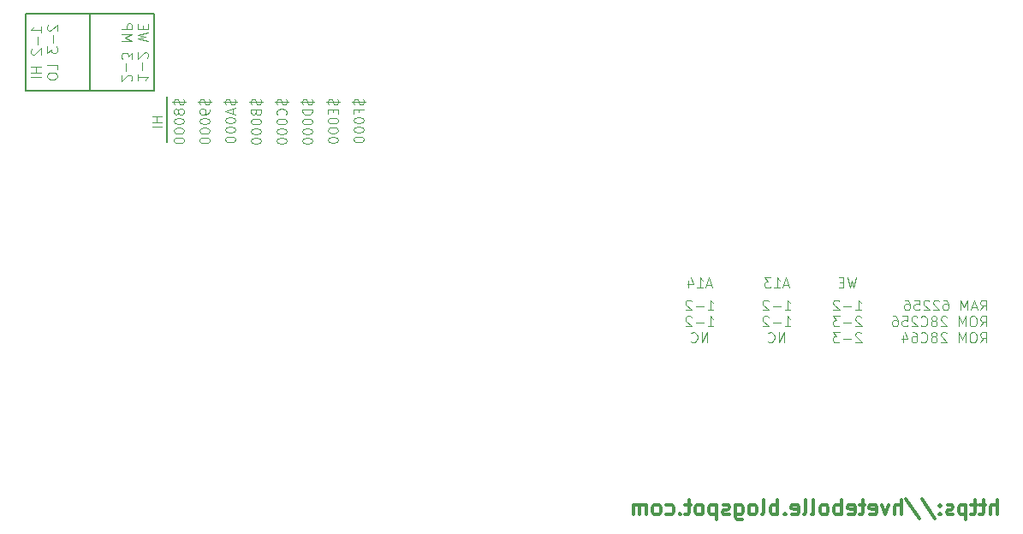
<source format=gbo>
G04 #@! TF.FileFunction,Legend,Bot*
%FSLAX46Y46*%
G04 Gerber Fmt 4.6, Leading zero omitted, Abs format (unit mm)*
G04 Created by KiCad (PCBNEW 4.0.7) date 12/22/18 18:54:53*
%MOMM*%
%LPD*%
G01*
G04 APERTURE LIST*
%ADD10C,0.100000*%
%ADD11C,0.300000*%
%ADD12C,0.200000*%
G04 APERTURE END LIST*
D10*
D11*
X184370001Y-146093571D02*
X184370001Y-144593571D01*
X183727144Y-146093571D02*
X183727144Y-145307857D01*
X183798573Y-145165000D01*
X183941430Y-145093571D01*
X184155715Y-145093571D01*
X184298573Y-145165000D01*
X184370001Y-145236429D01*
X183227144Y-145093571D02*
X182655715Y-145093571D01*
X183012858Y-144593571D02*
X183012858Y-145879286D01*
X182941430Y-146022143D01*
X182798572Y-146093571D01*
X182655715Y-146093571D01*
X182370001Y-145093571D02*
X181798572Y-145093571D01*
X182155715Y-144593571D02*
X182155715Y-145879286D01*
X182084287Y-146022143D01*
X181941429Y-146093571D01*
X181798572Y-146093571D01*
X181298572Y-145093571D02*
X181298572Y-146593571D01*
X181298572Y-145165000D02*
X181155715Y-145093571D01*
X180870001Y-145093571D01*
X180727144Y-145165000D01*
X180655715Y-145236429D01*
X180584286Y-145379286D01*
X180584286Y-145807857D01*
X180655715Y-145950714D01*
X180727144Y-146022143D01*
X180870001Y-146093571D01*
X181155715Y-146093571D01*
X181298572Y-146022143D01*
X180012858Y-146022143D02*
X179870001Y-146093571D01*
X179584286Y-146093571D01*
X179441429Y-146022143D01*
X179370001Y-145879286D01*
X179370001Y-145807857D01*
X179441429Y-145665000D01*
X179584286Y-145593571D01*
X179798572Y-145593571D01*
X179941429Y-145522143D01*
X180012858Y-145379286D01*
X180012858Y-145307857D01*
X179941429Y-145165000D01*
X179798572Y-145093571D01*
X179584286Y-145093571D01*
X179441429Y-145165000D01*
X178727143Y-145950714D02*
X178655715Y-146022143D01*
X178727143Y-146093571D01*
X178798572Y-146022143D01*
X178727143Y-145950714D01*
X178727143Y-146093571D01*
X178727143Y-145165000D02*
X178655715Y-145236429D01*
X178727143Y-145307857D01*
X178798572Y-145236429D01*
X178727143Y-145165000D01*
X178727143Y-145307857D01*
X176941429Y-144522143D02*
X178227143Y-146450714D01*
X175370000Y-144522143D02*
X176655714Y-146450714D01*
X174869999Y-146093571D02*
X174869999Y-144593571D01*
X174227142Y-146093571D02*
X174227142Y-145307857D01*
X174298571Y-145165000D01*
X174441428Y-145093571D01*
X174655713Y-145093571D01*
X174798571Y-145165000D01*
X174869999Y-145236429D01*
X173655713Y-145093571D02*
X173298570Y-146093571D01*
X172941428Y-145093571D01*
X171798571Y-146022143D02*
X171941428Y-146093571D01*
X172227142Y-146093571D01*
X172369999Y-146022143D01*
X172441428Y-145879286D01*
X172441428Y-145307857D01*
X172369999Y-145165000D01*
X172227142Y-145093571D01*
X171941428Y-145093571D01*
X171798571Y-145165000D01*
X171727142Y-145307857D01*
X171727142Y-145450714D01*
X172441428Y-145593571D01*
X171298571Y-145093571D02*
X170727142Y-145093571D01*
X171084285Y-144593571D02*
X171084285Y-145879286D01*
X171012857Y-146022143D01*
X170869999Y-146093571D01*
X170727142Y-146093571D01*
X169655714Y-146022143D02*
X169798571Y-146093571D01*
X170084285Y-146093571D01*
X170227142Y-146022143D01*
X170298571Y-145879286D01*
X170298571Y-145307857D01*
X170227142Y-145165000D01*
X170084285Y-145093571D01*
X169798571Y-145093571D01*
X169655714Y-145165000D01*
X169584285Y-145307857D01*
X169584285Y-145450714D01*
X170298571Y-145593571D01*
X168941428Y-146093571D02*
X168941428Y-144593571D01*
X168941428Y-145165000D02*
X168798571Y-145093571D01*
X168512857Y-145093571D01*
X168370000Y-145165000D01*
X168298571Y-145236429D01*
X168227142Y-145379286D01*
X168227142Y-145807857D01*
X168298571Y-145950714D01*
X168370000Y-146022143D01*
X168512857Y-146093571D01*
X168798571Y-146093571D01*
X168941428Y-146022143D01*
X167369999Y-146093571D02*
X167512857Y-146022143D01*
X167584285Y-145950714D01*
X167655714Y-145807857D01*
X167655714Y-145379286D01*
X167584285Y-145236429D01*
X167512857Y-145165000D01*
X167369999Y-145093571D01*
X167155714Y-145093571D01*
X167012857Y-145165000D01*
X166941428Y-145236429D01*
X166869999Y-145379286D01*
X166869999Y-145807857D01*
X166941428Y-145950714D01*
X167012857Y-146022143D01*
X167155714Y-146093571D01*
X167369999Y-146093571D01*
X166012856Y-146093571D02*
X166155714Y-146022143D01*
X166227142Y-145879286D01*
X166227142Y-144593571D01*
X165227142Y-146093571D02*
X165370000Y-146022143D01*
X165441428Y-145879286D01*
X165441428Y-144593571D01*
X164084286Y-146022143D02*
X164227143Y-146093571D01*
X164512857Y-146093571D01*
X164655714Y-146022143D01*
X164727143Y-145879286D01*
X164727143Y-145307857D01*
X164655714Y-145165000D01*
X164512857Y-145093571D01*
X164227143Y-145093571D01*
X164084286Y-145165000D01*
X164012857Y-145307857D01*
X164012857Y-145450714D01*
X164727143Y-145593571D01*
X163370000Y-145950714D02*
X163298572Y-146022143D01*
X163370000Y-146093571D01*
X163441429Y-146022143D01*
X163370000Y-145950714D01*
X163370000Y-146093571D01*
X162655714Y-146093571D02*
X162655714Y-144593571D01*
X162655714Y-145165000D02*
X162512857Y-145093571D01*
X162227143Y-145093571D01*
X162084286Y-145165000D01*
X162012857Y-145236429D01*
X161941428Y-145379286D01*
X161941428Y-145807857D01*
X162012857Y-145950714D01*
X162084286Y-146022143D01*
X162227143Y-146093571D01*
X162512857Y-146093571D01*
X162655714Y-146022143D01*
X161084285Y-146093571D02*
X161227143Y-146022143D01*
X161298571Y-145879286D01*
X161298571Y-144593571D01*
X160298571Y-146093571D02*
X160441429Y-146022143D01*
X160512857Y-145950714D01*
X160584286Y-145807857D01*
X160584286Y-145379286D01*
X160512857Y-145236429D01*
X160441429Y-145165000D01*
X160298571Y-145093571D01*
X160084286Y-145093571D01*
X159941429Y-145165000D01*
X159870000Y-145236429D01*
X159798571Y-145379286D01*
X159798571Y-145807857D01*
X159870000Y-145950714D01*
X159941429Y-146022143D01*
X160084286Y-146093571D01*
X160298571Y-146093571D01*
X158512857Y-145093571D02*
X158512857Y-146307857D01*
X158584286Y-146450714D01*
X158655714Y-146522143D01*
X158798571Y-146593571D01*
X159012857Y-146593571D01*
X159155714Y-146522143D01*
X158512857Y-146022143D02*
X158655714Y-146093571D01*
X158941428Y-146093571D01*
X159084286Y-146022143D01*
X159155714Y-145950714D01*
X159227143Y-145807857D01*
X159227143Y-145379286D01*
X159155714Y-145236429D01*
X159084286Y-145165000D01*
X158941428Y-145093571D01*
X158655714Y-145093571D01*
X158512857Y-145165000D01*
X157870000Y-146022143D02*
X157727143Y-146093571D01*
X157441428Y-146093571D01*
X157298571Y-146022143D01*
X157227143Y-145879286D01*
X157227143Y-145807857D01*
X157298571Y-145665000D01*
X157441428Y-145593571D01*
X157655714Y-145593571D01*
X157798571Y-145522143D01*
X157870000Y-145379286D01*
X157870000Y-145307857D01*
X157798571Y-145165000D01*
X157655714Y-145093571D01*
X157441428Y-145093571D01*
X157298571Y-145165000D01*
X156584285Y-145093571D02*
X156584285Y-146593571D01*
X156584285Y-145165000D02*
X156441428Y-145093571D01*
X156155714Y-145093571D01*
X156012857Y-145165000D01*
X155941428Y-145236429D01*
X155869999Y-145379286D01*
X155869999Y-145807857D01*
X155941428Y-145950714D01*
X156012857Y-146022143D01*
X156155714Y-146093571D01*
X156441428Y-146093571D01*
X156584285Y-146022143D01*
X155012856Y-146093571D02*
X155155714Y-146022143D01*
X155227142Y-145950714D01*
X155298571Y-145807857D01*
X155298571Y-145379286D01*
X155227142Y-145236429D01*
X155155714Y-145165000D01*
X155012856Y-145093571D01*
X154798571Y-145093571D01*
X154655714Y-145165000D01*
X154584285Y-145236429D01*
X154512856Y-145379286D01*
X154512856Y-145807857D01*
X154584285Y-145950714D01*
X154655714Y-146022143D01*
X154798571Y-146093571D01*
X155012856Y-146093571D01*
X154084285Y-145093571D02*
X153512856Y-145093571D01*
X153869999Y-144593571D02*
X153869999Y-145879286D01*
X153798571Y-146022143D01*
X153655713Y-146093571D01*
X153512856Y-146093571D01*
X153012856Y-145950714D02*
X152941428Y-146022143D01*
X153012856Y-146093571D01*
X153084285Y-146022143D01*
X153012856Y-145950714D01*
X153012856Y-146093571D01*
X151655713Y-146022143D02*
X151798570Y-146093571D01*
X152084284Y-146093571D01*
X152227142Y-146022143D01*
X152298570Y-145950714D01*
X152369999Y-145807857D01*
X152369999Y-145379286D01*
X152298570Y-145236429D01*
X152227142Y-145165000D01*
X152084284Y-145093571D01*
X151798570Y-145093571D01*
X151655713Y-145165000D01*
X150798570Y-146093571D02*
X150941428Y-146022143D01*
X151012856Y-145950714D01*
X151084285Y-145807857D01*
X151084285Y-145379286D01*
X151012856Y-145236429D01*
X150941428Y-145165000D01*
X150798570Y-145093571D01*
X150584285Y-145093571D01*
X150441428Y-145165000D01*
X150369999Y-145236429D01*
X150298570Y-145379286D01*
X150298570Y-145807857D01*
X150369999Y-145950714D01*
X150441428Y-146022143D01*
X150584285Y-146093571D01*
X150798570Y-146093571D01*
X149655713Y-146093571D02*
X149655713Y-145093571D01*
X149655713Y-145236429D02*
X149584285Y-145165000D01*
X149441427Y-145093571D01*
X149227142Y-145093571D01*
X149084285Y-145165000D01*
X149012856Y-145307857D01*
X149012856Y-146093571D01*
X149012856Y-145307857D02*
X148941427Y-145165000D01*
X148798570Y-145093571D01*
X148584285Y-145093571D01*
X148441427Y-145165000D01*
X148369999Y-145307857D01*
X148369999Y-146093571D01*
D10*
X155749523Y-125852381D02*
X156320952Y-125852381D01*
X156035238Y-125852381D02*
X156035238Y-124852381D01*
X156130476Y-124995238D01*
X156225714Y-125090476D01*
X156320952Y-125138095D01*
X155320952Y-125471429D02*
X154559047Y-125471429D01*
X154130476Y-124947619D02*
X154082857Y-124900000D01*
X153987619Y-124852381D01*
X153749523Y-124852381D01*
X153654285Y-124900000D01*
X153606666Y-124947619D01*
X153559047Y-125042857D01*
X153559047Y-125138095D01*
X153606666Y-125280952D01*
X154178095Y-125852381D01*
X153559047Y-125852381D01*
X155749523Y-127452381D02*
X156320952Y-127452381D01*
X156035238Y-127452381D02*
X156035238Y-126452381D01*
X156130476Y-126595238D01*
X156225714Y-126690476D01*
X156320952Y-126738095D01*
X155320952Y-127071429D02*
X154559047Y-127071429D01*
X154130476Y-126547619D02*
X154082857Y-126500000D01*
X153987619Y-126452381D01*
X153749523Y-126452381D01*
X153654285Y-126500000D01*
X153606666Y-126547619D01*
X153559047Y-126642857D01*
X153559047Y-126738095D01*
X153606666Y-126880952D01*
X154178095Y-127452381D01*
X153559047Y-127452381D01*
X155725714Y-129052381D02*
X155725714Y-128052381D01*
X155154285Y-129052381D01*
X155154285Y-128052381D01*
X154106666Y-128957143D02*
X154154285Y-129004762D01*
X154297142Y-129052381D01*
X154392380Y-129052381D01*
X154535238Y-129004762D01*
X154630476Y-128909524D01*
X154678095Y-128814286D01*
X154725714Y-128623810D01*
X154725714Y-128480952D01*
X154678095Y-128290476D01*
X154630476Y-128195238D01*
X154535238Y-128100000D01*
X154392380Y-128052381D01*
X154297142Y-128052381D01*
X154154285Y-128100000D01*
X154106666Y-128147619D01*
X163369523Y-125852381D02*
X163940952Y-125852381D01*
X163655238Y-125852381D02*
X163655238Y-124852381D01*
X163750476Y-124995238D01*
X163845714Y-125090476D01*
X163940952Y-125138095D01*
X162940952Y-125471429D02*
X162179047Y-125471429D01*
X161750476Y-124947619D02*
X161702857Y-124900000D01*
X161607619Y-124852381D01*
X161369523Y-124852381D01*
X161274285Y-124900000D01*
X161226666Y-124947619D01*
X161179047Y-125042857D01*
X161179047Y-125138095D01*
X161226666Y-125280952D01*
X161798095Y-125852381D01*
X161179047Y-125852381D01*
X163369523Y-127452381D02*
X163940952Y-127452381D01*
X163655238Y-127452381D02*
X163655238Y-126452381D01*
X163750476Y-126595238D01*
X163845714Y-126690476D01*
X163940952Y-126738095D01*
X162940952Y-127071429D02*
X162179047Y-127071429D01*
X161750476Y-126547619D02*
X161702857Y-126500000D01*
X161607619Y-126452381D01*
X161369523Y-126452381D01*
X161274285Y-126500000D01*
X161226666Y-126547619D01*
X161179047Y-126642857D01*
X161179047Y-126738095D01*
X161226666Y-126880952D01*
X161798095Y-127452381D01*
X161179047Y-127452381D01*
X163345714Y-129052381D02*
X163345714Y-128052381D01*
X162774285Y-129052381D01*
X162774285Y-128052381D01*
X161726666Y-128957143D02*
X161774285Y-129004762D01*
X161917142Y-129052381D01*
X162012380Y-129052381D01*
X162155238Y-129004762D01*
X162250476Y-128909524D01*
X162298095Y-128814286D01*
X162345714Y-128623810D01*
X162345714Y-128480952D01*
X162298095Y-128290476D01*
X162250476Y-128195238D01*
X162155238Y-128100000D01*
X162012380Y-128052381D01*
X161917142Y-128052381D01*
X161774285Y-128100000D01*
X161726666Y-128147619D01*
X156130476Y-123356667D02*
X155654285Y-123356667D01*
X156225714Y-123642381D02*
X155892381Y-122642381D01*
X155559047Y-123642381D01*
X154701904Y-123642381D02*
X155273333Y-123642381D01*
X154987619Y-123642381D02*
X154987619Y-122642381D01*
X155082857Y-122785238D01*
X155178095Y-122880476D01*
X155273333Y-122928095D01*
X153844761Y-122975714D02*
X153844761Y-123642381D01*
X154082857Y-122594762D02*
X154320952Y-123309048D01*
X153701904Y-123309048D01*
X163750476Y-123356667D02*
X163274285Y-123356667D01*
X163845714Y-123642381D02*
X163512381Y-122642381D01*
X163179047Y-123642381D01*
X162321904Y-123642381D02*
X162893333Y-123642381D01*
X162607619Y-123642381D02*
X162607619Y-122642381D01*
X162702857Y-122785238D01*
X162798095Y-122880476D01*
X162893333Y-122928095D01*
X161988571Y-122642381D02*
X161369523Y-122642381D01*
X161702857Y-123023333D01*
X161559999Y-123023333D01*
X161464761Y-123070952D01*
X161417142Y-123118571D01*
X161369523Y-123213810D01*
X161369523Y-123451905D01*
X161417142Y-123547143D01*
X161464761Y-123594762D01*
X161559999Y-123642381D01*
X161845714Y-123642381D01*
X161940952Y-123594762D01*
X161988571Y-123547143D01*
X170354523Y-125852381D02*
X170925952Y-125852381D01*
X170640238Y-125852381D02*
X170640238Y-124852381D01*
X170735476Y-124995238D01*
X170830714Y-125090476D01*
X170925952Y-125138095D01*
X169925952Y-125471429D02*
X169164047Y-125471429D01*
X168735476Y-124947619D02*
X168687857Y-124900000D01*
X168592619Y-124852381D01*
X168354523Y-124852381D01*
X168259285Y-124900000D01*
X168211666Y-124947619D01*
X168164047Y-125042857D01*
X168164047Y-125138095D01*
X168211666Y-125280952D01*
X168783095Y-125852381D01*
X168164047Y-125852381D01*
X170925952Y-126547619D02*
X170878333Y-126500000D01*
X170783095Y-126452381D01*
X170544999Y-126452381D01*
X170449761Y-126500000D01*
X170402142Y-126547619D01*
X170354523Y-126642857D01*
X170354523Y-126738095D01*
X170402142Y-126880952D01*
X170973571Y-127452381D01*
X170354523Y-127452381D01*
X169925952Y-127071429D02*
X169164047Y-127071429D01*
X168783095Y-126452381D02*
X168164047Y-126452381D01*
X168497381Y-126833333D01*
X168354523Y-126833333D01*
X168259285Y-126880952D01*
X168211666Y-126928571D01*
X168164047Y-127023810D01*
X168164047Y-127261905D01*
X168211666Y-127357143D01*
X168259285Y-127404762D01*
X168354523Y-127452381D01*
X168640238Y-127452381D01*
X168735476Y-127404762D01*
X168783095Y-127357143D01*
X170925952Y-128147619D02*
X170878333Y-128100000D01*
X170783095Y-128052381D01*
X170544999Y-128052381D01*
X170449761Y-128100000D01*
X170402142Y-128147619D01*
X170354523Y-128242857D01*
X170354523Y-128338095D01*
X170402142Y-128480952D01*
X170973571Y-129052381D01*
X170354523Y-129052381D01*
X169925952Y-128671429D02*
X169164047Y-128671429D01*
X168783095Y-128052381D02*
X168164047Y-128052381D01*
X168497381Y-128433333D01*
X168354523Y-128433333D01*
X168259285Y-128480952D01*
X168211666Y-128528571D01*
X168164047Y-128623810D01*
X168164047Y-128861905D01*
X168211666Y-128957143D01*
X168259285Y-129004762D01*
X168354523Y-129052381D01*
X168640238Y-129052381D01*
X168735476Y-129004762D01*
X168783095Y-128957143D01*
X170425952Y-122642381D02*
X170187857Y-123642381D01*
X169997380Y-122928095D01*
X169806904Y-123642381D01*
X169568809Y-122642381D01*
X169187857Y-123118571D02*
X168854523Y-123118571D01*
X168711666Y-123642381D02*
X169187857Y-123642381D01*
X169187857Y-122642381D01*
X168711666Y-122642381D01*
X182705476Y-125852381D02*
X183038810Y-125376190D01*
X183276905Y-125852381D02*
X183276905Y-124852381D01*
X182895952Y-124852381D01*
X182800714Y-124900000D01*
X182753095Y-124947619D01*
X182705476Y-125042857D01*
X182705476Y-125185714D01*
X182753095Y-125280952D01*
X182800714Y-125328571D01*
X182895952Y-125376190D01*
X183276905Y-125376190D01*
X182324524Y-125566667D02*
X181848333Y-125566667D01*
X182419762Y-125852381D02*
X182086429Y-124852381D01*
X181753095Y-125852381D01*
X181419762Y-125852381D02*
X181419762Y-124852381D01*
X181086428Y-125566667D01*
X180753095Y-124852381D01*
X180753095Y-125852381D01*
X179086428Y-124852381D02*
X179276905Y-124852381D01*
X179372143Y-124900000D01*
X179419762Y-124947619D01*
X179515000Y-125090476D01*
X179562619Y-125280952D01*
X179562619Y-125661905D01*
X179515000Y-125757143D01*
X179467381Y-125804762D01*
X179372143Y-125852381D01*
X179181666Y-125852381D01*
X179086428Y-125804762D01*
X179038809Y-125757143D01*
X178991190Y-125661905D01*
X178991190Y-125423810D01*
X179038809Y-125328571D01*
X179086428Y-125280952D01*
X179181666Y-125233333D01*
X179372143Y-125233333D01*
X179467381Y-125280952D01*
X179515000Y-125328571D01*
X179562619Y-125423810D01*
X178610238Y-124947619D02*
X178562619Y-124900000D01*
X178467381Y-124852381D01*
X178229285Y-124852381D01*
X178134047Y-124900000D01*
X178086428Y-124947619D01*
X178038809Y-125042857D01*
X178038809Y-125138095D01*
X178086428Y-125280952D01*
X178657857Y-125852381D01*
X178038809Y-125852381D01*
X177657857Y-124947619D02*
X177610238Y-124900000D01*
X177515000Y-124852381D01*
X177276904Y-124852381D01*
X177181666Y-124900000D01*
X177134047Y-124947619D01*
X177086428Y-125042857D01*
X177086428Y-125138095D01*
X177134047Y-125280952D01*
X177705476Y-125852381D01*
X177086428Y-125852381D01*
X176181666Y-124852381D02*
X176657857Y-124852381D01*
X176705476Y-125328571D01*
X176657857Y-125280952D01*
X176562619Y-125233333D01*
X176324523Y-125233333D01*
X176229285Y-125280952D01*
X176181666Y-125328571D01*
X176134047Y-125423810D01*
X176134047Y-125661905D01*
X176181666Y-125757143D01*
X176229285Y-125804762D01*
X176324523Y-125852381D01*
X176562619Y-125852381D01*
X176657857Y-125804762D01*
X176705476Y-125757143D01*
X175276904Y-124852381D02*
X175467381Y-124852381D01*
X175562619Y-124900000D01*
X175610238Y-124947619D01*
X175705476Y-125090476D01*
X175753095Y-125280952D01*
X175753095Y-125661905D01*
X175705476Y-125757143D01*
X175657857Y-125804762D01*
X175562619Y-125852381D01*
X175372142Y-125852381D01*
X175276904Y-125804762D01*
X175229285Y-125757143D01*
X175181666Y-125661905D01*
X175181666Y-125423810D01*
X175229285Y-125328571D01*
X175276904Y-125280952D01*
X175372142Y-125233333D01*
X175562619Y-125233333D01*
X175657857Y-125280952D01*
X175705476Y-125328571D01*
X175753095Y-125423810D01*
X182705476Y-127452381D02*
X183038810Y-126976190D01*
X183276905Y-127452381D02*
X183276905Y-126452381D01*
X182895952Y-126452381D01*
X182800714Y-126500000D01*
X182753095Y-126547619D01*
X182705476Y-126642857D01*
X182705476Y-126785714D01*
X182753095Y-126880952D01*
X182800714Y-126928571D01*
X182895952Y-126976190D01*
X183276905Y-126976190D01*
X182086429Y-126452381D02*
X181895952Y-126452381D01*
X181800714Y-126500000D01*
X181705476Y-126595238D01*
X181657857Y-126785714D01*
X181657857Y-127119048D01*
X181705476Y-127309524D01*
X181800714Y-127404762D01*
X181895952Y-127452381D01*
X182086429Y-127452381D01*
X182181667Y-127404762D01*
X182276905Y-127309524D01*
X182324524Y-127119048D01*
X182324524Y-126785714D01*
X182276905Y-126595238D01*
X182181667Y-126500000D01*
X182086429Y-126452381D01*
X181229286Y-127452381D02*
X181229286Y-126452381D01*
X180895952Y-127166667D01*
X180562619Y-126452381D01*
X180562619Y-127452381D01*
X179372143Y-126547619D02*
X179324524Y-126500000D01*
X179229286Y-126452381D01*
X178991190Y-126452381D01*
X178895952Y-126500000D01*
X178848333Y-126547619D01*
X178800714Y-126642857D01*
X178800714Y-126738095D01*
X178848333Y-126880952D01*
X179419762Y-127452381D01*
X178800714Y-127452381D01*
X178229286Y-126880952D02*
X178324524Y-126833333D01*
X178372143Y-126785714D01*
X178419762Y-126690476D01*
X178419762Y-126642857D01*
X178372143Y-126547619D01*
X178324524Y-126500000D01*
X178229286Y-126452381D01*
X178038809Y-126452381D01*
X177943571Y-126500000D01*
X177895952Y-126547619D01*
X177848333Y-126642857D01*
X177848333Y-126690476D01*
X177895952Y-126785714D01*
X177943571Y-126833333D01*
X178038809Y-126880952D01*
X178229286Y-126880952D01*
X178324524Y-126928571D01*
X178372143Y-126976190D01*
X178419762Y-127071429D01*
X178419762Y-127261905D01*
X178372143Y-127357143D01*
X178324524Y-127404762D01*
X178229286Y-127452381D01*
X178038809Y-127452381D01*
X177943571Y-127404762D01*
X177895952Y-127357143D01*
X177848333Y-127261905D01*
X177848333Y-127071429D01*
X177895952Y-126976190D01*
X177943571Y-126928571D01*
X178038809Y-126880952D01*
X176848333Y-127357143D02*
X176895952Y-127404762D01*
X177038809Y-127452381D01*
X177134047Y-127452381D01*
X177276905Y-127404762D01*
X177372143Y-127309524D01*
X177419762Y-127214286D01*
X177467381Y-127023810D01*
X177467381Y-126880952D01*
X177419762Y-126690476D01*
X177372143Y-126595238D01*
X177276905Y-126500000D01*
X177134047Y-126452381D01*
X177038809Y-126452381D01*
X176895952Y-126500000D01*
X176848333Y-126547619D01*
X176467381Y-126547619D02*
X176419762Y-126500000D01*
X176324524Y-126452381D01*
X176086428Y-126452381D01*
X175991190Y-126500000D01*
X175943571Y-126547619D01*
X175895952Y-126642857D01*
X175895952Y-126738095D01*
X175943571Y-126880952D01*
X176515000Y-127452381D01*
X175895952Y-127452381D01*
X174991190Y-126452381D02*
X175467381Y-126452381D01*
X175515000Y-126928571D01*
X175467381Y-126880952D01*
X175372143Y-126833333D01*
X175134047Y-126833333D01*
X175038809Y-126880952D01*
X174991190Y-126928571D01*
X174943571Y-127023810D01*
X174943571Y-127261905D01*
X174991190Y-127357143D01*
X175038809Y-127404762D01*
X175134047Y-127452381D01*
X175372143Y-127452381D01*
X175467381Y-127404762D01*
X175515000Y-127357143D01*
X174086428Y-126452381D02*
X174276905Y-126452381D01*
X174372143Y-126500000D01*
X174419762Y-126547619D01*
X174515000Y-126690476D01*
X174562619Y-126880952D01*
X174562619Y-127261905D01*
X174515000Y-127357143D01*
X174467381Y-127404762D01*
X174372143Y-127452381D01*
X174181666Y-127452381D01*
X174086428Y-127404762D01*
X174038809Y-127357143D01*
X173991190Y-127261905D01*
X173991190Y-127023810D01*
X174038809Y-126928571D01*
X174086428Y-126880952D01*
X174181666Y-126833333D01*
X174372143Y-126833333D01*
X174467381Y-126880952D01*
X174515000Y-126928571D01*
X174562619Y-127023810D01*
X182705476Y-129052381D02*
X183038810Y-128576190D01*
X183276905Y-129052381D02*
X183276905Y-128052381D01*
X182895952Y-128052381D01*
X182800714Y-128100000D01*
X182753095Y-128147619D01*
X182705476Y-128242857D01*
X182705476Y-128385714D01*
X182753095Y-128480952D01*
X182800714Y-128528571D01*
X182895952Y-128576190D01*
X183276905Y-128576190D01*
X182086429Y-128052381D02*
X181895952Y-128052381D01*
X181800714Y-128100000D01*
X181705476Y-128195238D01*
X181657857Y-128385714D01*
X181657857Y-128719048D01*
X181705476Y-128909524D01*
X181800714Y-129004762D01*
X181895952Y-129052381D01*
X182086429Y-129052381D01*
X182181667Y-129004762D01*
X182276905Y-128909524D01*
X182324524Y-128719048D01*
X182324524Y-128385714D01*
X182276905Y-128195238D01*
X182181667Y-128100000D01*
X182086429Y-128052381D01*
X181229286Y-129052381D02*
X181229286Y-128052381D01*
X180895952Y-128766667D01*
X180562619Y-128052381D01*
X180562619Y-129052381D01*
X179372143Y-128147619D02*
X179324524Y-128100000D01*
X179229286Y-128052381D01*
X178991190Y-128052381D01*
X178895952Y-128100000D01*
X178848333Y-128147619D01*
X178800714Y-128242857D01*
X178800714Y-128338095D01*
X178848333Y-128480952D01*
X179419762Y-129052381D01*
X178800714Y-129052381D01*
X178229286Y-128480952D02*
X178324524Y-128433333D01*
X178372143Y-128385714D01*
X178419762Y-128290476D01*
X178419762Y-128242857D01*
X178372143Y-128147619D01*
X178324524Y-128100000D01*
X178229286Y-128052381D01*
X178038809Y-128052381D01*
X177943571Y-128100000D01*
X177895952Y-128147619D01*
X177848333Y-128242857D01*
X177848333Y-128290476D01*
X177895952Y-128385714D01*
X177943571Y-128433333D01*
X178038809Y-128480952D01*
X178229286Y-128480952D01*
X178324524Y-128528571D01*
X178372143Y-128576190D01*
X178419762Y-128671429D01*
X178419762Y-128861905D01*
X178372143Y-128957143D01*
X178324524Y-129004762D01*
X178229286Y-129052381D01*
X178038809Y-129052381D01*
X177943571Y-129004762D01*
X177895952Y-128957143D01*
X177848333Y-128861905D01*
X177848333Y-128671429D01*
X177895952Y-128576190D01*
X177943571Y-128528571D01*
X178038809Y-128480952D01*
X176848333Y-128957143D02*
X176895952Y-129004762D01*
X177038809Y-129052381D01*
X177134047Y-129052381D01*
X177276905Y-129004762D01*
X177372143Y-128909524D01*
X177419762Y-128814286D01*
X177467381Y-128623810D01*
X177467381Y-128480952D01*
X177419762Y-128290476D01*
X177372143Y-128195238D01*
X177276905Y-128100000D01*
X177134047Y-128052381D01*
X177038809Y-128052381D01*
X176895952Y-128100000D01*
X176848333Y-128147619D01*
X175991190Y-128052381D02*
X176181667Y-128052381D01*
X176276905Y-128100000D01*
X176324524Y-128147619D01*
X176419762Y-128290476D01*
X176467381Y-128480952D01*
X176467381Y-128861905D01*
X176419762Y-128957143D01*
X176372143Y-129004762D01*
X176276905Y-129052381D01*
X176086428Y-129052381D01*
X175991190Y-129004762D01*
X175943571Y-128957143D01*
X175895952Y-128861905D01*
X175895952Y-128623810D01*
X175943571Y-128528571D01*
X175991190Y-128480952D01*
X176086428Y-128433333D01*
X176276905Y-128433333D01*
X176372143Y-128480952D01*
X176419762Y-128528571D01*
X176467381Y-128623810D01*
X175038809Y-128385714D02*
X175038809Y-129052381D01*
X175276905Y-128004762D02*
X175515000Y-128719048D01*
X174895952Y-128719048D01*
D12*
X88265000Y-96520000D02*
X94615000Y-96520000D01*
X88265000Y-104140000D02*
X88265000Y-96520000D01*
X94615000Y-104140000D02*
X88265000Y-104140000D01*
X94615000Y-96520000D02*
X94615000Y-104140000D01*
X100965000Y-96520000D02*
X94615000Y-96520000D01*
X100965000Y-104140000D02*
X100965000Y-96520000D01*
X93980000Y-104140000D02*
X100965000Y-104140000D01*
D10*
X89822381Y-98377620D02*
X89822381Y-97806191D01*
X89822381Y-98091905D02*
X88822381Y-98091905D01*
X88965238Y-97996667D01*
X89060476Y-97901429D01*
X89108095Y-97806191D01*
X89441429Y-98806191D02*
X89441429Y-99568096D01*
X88917619Y-99996667D02*
X88870000Y-100044286D01*
X88822381Y-100139524D01*
X88822381Y-100377620D01*
X88870000Y-100472858D01*
X88917619Y-100520477D01*
X89012857Y-100568096D01*
X89108095Y-100568096D01*
X89250952Y-100520477D01*
X89822381Y-99949048D01*
X89822381Y-100568096D01*
X89822381Y-101758572D02*
X88822381Y-101758572D01*
X89298571Y-101758572D02*
X89298571Y-102330001D01*
X89822381Y-102330001D02*
X88822381Y-102330001D01*
X89822381Y-102806191D02*
X88822381Y-102806191D01*
X90517619Y-97639524D02*
X90470000Y-97687143D01*
X90422381Y-97782381D01*
X90422381Y-98020477D01*
X90470000Y-98115715D01*
X90517619Y-98163334D01*
X90612857Y-98210953D01*
X90708095Y-98210953D01*
X90850952Y-98163334D01*
X91422381Y-97591905D01*
X91422381Y-98210953D01*
X91041429Y-98639524D02*
X91041429Y-99401429D01*
X90422381Y-99782381D02*
X90422381Y-100401429D01*
X90803333Y-100068095D01*
X90803333Y-100210953D01*
X90850952Y-100306191D01*
X90898571Y-100353810D01*
X90993810Y-100401429D01*
X91231905Y-100401429D01*
X91327143Y-100353810D01*
X91374762Y-100306191D01*
X91422381Y-100210953D01*
X91422381Y-99925238D01*
X91374762Y-99830000D01*
X91327143Y-99782381D01*
X91422381Y-102068096D02*
X91422381Y-101591905D01*
X90422381Y-101591905D01*
X90422381Y-102591905D02*
X90422381Y-102782382D01*
X90470000Y-102877620D01*
X90565238Y-102972858D01*
X90755714Y-103020477D01*
X91089048Y-103020477D01*
X91279524Y-102972858D01*
X91374762Y-102877620D01*
X91422381Y-102782382D01*
X91422381Y-102591905D01*
X91374762Y-102496667D01*
X91279524Y-102401429D01*
X91089048Y-102353810D01*
X90755714Y-102353810D01*
X90565238Y-102401429D01*
X90470000Y-102496667D01*
X90422381Y-102591905D01*
X99407619Y-102544285D02*
X99407619Y-103115714D01*
X99407619Y-102830000D02*
X100407619Y-102830000D01*
X100264762Y-102925238D01*
X100169524Y-103020476D01*
X100121905Y-103115714D01*
X99788571Y-102115714D02*
X99788571Y-101353809D01*
X100312381Y-100925238D02*
X100360000Y-100877619D01*
X100407619Y-100782381D01*
X100407619Y-100544285D01*
X100360000Y-100449047D01*
X100312381Y-100401428D01*
X100217143Y-100353809D01*
X100121905Y-100353809D01*
X99979048Y-100401428D01*
X99407619Y-100972857D01*
X99407619Y-100353809D01*
X100407619Y-99258571D02*
X99407619Y-99020476D01*
X100121905Y-98829999D01*
X99407619Y-98639523D01*
X100407619Y-98401428D01*
X99931429Y-98020476D02*
X99931429Y-97687142D01*
X99407619Y-97544285D02*
X99407619Y-98020476D01*
X100407619Y-98020476D01*
X100407619Y-97544285D01*
X98712381Y-103163333D02*
X98760000Y-103115714D01*
X98807619Y-103020476D01*
X98807619Y-102782380D01*
X98760000Y-102687142D01*
X98712381Y-102639523D01*
X98617143Y-102591904D01*
X98521905Y-102591904D01*
X98379048Y-102639523D01*
X97807619Y-103210952D01*
X97807619Y-102591904D01*
X98188571Y-102163333D02*
X98188571Y-101401428D01*
X98807619Y-101020476D02*
X98807619Y-100401428D01*
X98426667Y-100734762D01*
X98426667Y-100591904D01*
X98379048Y-100496666D01*
X98331429Y-100449047D01*
X98236190Y-100401428D01*
X97998095Y-100401428D01*
X97902857Y-100449047D01*
X97855238Y-100496666D01*
X97807619Y-100591904D01*
X97807619Y-100877619D01*
X97855238Y-100972857D01*
X97902857Y-101020476D01*
X97807619Y-99210952D02*
X98807619Y-99210952D01*
X98093333Y-98877618D01*
X98807619Y-98544285D01*
X97807619Y-98544285D01*
X97807619Y-98068095D02*
X98807619Y-98068095D01*
X98807619Y-97687142D01*
X98760000Y-97591904D01*
X98712381Y-97544285D01*
X98617143Y-97496666D01*
X98474286Y-97496666D01*
X98379048Y-97544285D01*
X98331429Y-97591904D01*
X98283810Y-97687142D01*
X98283810Y-98068095D01*
X101798381Y-106664191D02*
X100798381Y-106664191D01*
X101274571Y-106664191D02*
X101274571Y-107235620D01*
X101798381Y-107235620D02*
X100798381Y-107235620D01*
X101798381Y-107711810D02*
X100798381Y-107711810D01*
D12*
X102235000Y-104775000D02*
X102235000Y-109220000D01*
D10*
X121689762Y-104965476D02*
X121737381Y-105108333D01*
X121737381Y-105346429D01*
X121689762Y-105441667D01*
X121642143Y-105489286D01*
X121546905Y-105536905D01*
X121451667Y-105536905D01*
X121356429Y-105489286D01*
X121308810Y-105441667D01*
X121261190Y-105346429D01*
X121213571Y-105155952D01*
X121165952Y-105060714D01*
X121118333Y-105013095D01*
X121023095Y-104965476D01*
X120927857Y-104965476D01*
X120832619Y-105013095D01*
X120785000Y-105060714D01*
X120737381Y-105155952D01*
X120737381Y-105394048D01*
X120785000Y-105536905D01*
X120594524Y-105251190D02*
X121880238Y-105251190D01*
X121213571Y-106298810D02*
X121213571Y-105965476D01*
X121737381Y-105965476D02*
X120737381Y-105965476D01*
X120737381Y-106441667D01*
X120737381Y-107013095D02*
X120737381Y-107108334D01*
X120785000Y-107203572D01*
X120832619Y-107251191D01*
X120927857Y-107298810D01*
X121118333Y-107346429D01*
X121356429Y-107346429D01*
X121546905Y-107298810D01*
X121642143Y-107251191D01*
X121689762Y-107203572D01*
X121737381Y-107108334D01*
X121737381Y-107013095D01*
X121689762Y-106917857D01*
X121642143Y-106870238D01*
X121546905Y-106822619D01*
X121356429Y-106775000D01*
X121118333Y-106775000D01*
X120927857Y-106822619D01*
X120832619Y-106870238D01*
X120785000Y-106917857D01*
X120737381Y-107013095D01*
X120737381Y-107965476D02*
X120737381Y-108060715D01*
X120785000Y-108155953D01*
X120832619Y-108203572D01*
X120927857Y-108251191D01*
X121118333Y-108298810D01*
X121356429Y-108298810D01*
X121546905Y-108251191D01*
X121642143Y-108203572D01*
X121689762Y-108155953D01*
X121737381Y-108060715D01*
X121737381Y-107965476D01*
X121689762Y-107870238D01*
X121642143Y-107822619D01*
X121546905Y-107775000D01*
X121356429Y-107727381D01*
X121118333Y-107727381D01*
X120927857Y-107775000D01*
X120832619Y-107822619D01*
X120785000Y-107870238D01*
X120737381Y-107965476D01*
X120737381Y-108917857D02*
X120737381Y-109013096D01*
X120785000Y-109108334D01*
X120832619Y-109155953D01*
X120927857Y-109203572D01*
X121118333Y-109251191D01*
X121356429Y-109251191D01*
X121546905Y-109203572D01*
X121642143Y-109155953D01*
X121689762Y-109108334D01*
X121737381Y-109013096D01*
X121737381Y-108917857D01*
X121689762Y-108822619D01*
X121642143Y-108775000D01*
X121546905Y-108727381D01*
X121356429Y-108679762D01*
X121118333Y-108679762D01*
X120927857Y-108727381D01*
X120832619Y-108775000D01*
X120785000Y-108822619D01*
X120737381Y-108917857D01*
X119149762Y-104965476D02*
X119197381Y-105108333D01*
X119197381Y-105346429D01*
X119149762Y-105441667D01*
X119102143Y-105489286D01*
X119006905Y-105536905D01*
X118911667Y-105536905D01*
X118816429Y-105489286D01*
X118768810Y-105441667D01*
X118721190Y-105346429D01*
X118673571Y-105155952D01*
X118625952Y-105060714D01*
X118578333Y-105013095D01*
X118483095Y-104965476D01*
X118387857Y-104965476D01*
X118292619Y-105013095D01*
X118245000Y-105060714D01*
X118197381Y-105155952D01*
X118197381Y-105394048D01*
X118245000Y-105536905D01*
X118054524Y-105251190D02*
X119340238Y-105251190D01*
X118673571Y-105965476D02*
X118673571Y-106298810D01*
X119197381Y-106441667D02*
X119197381Y-105965476D01*
X118197381Y-105965476D01*
X118197381Y-106441667D01*
X118197381Y-107060714D02*
X118197381Y-107155953D01*
X118245000Y-107251191D01*
X118292619Y-107298810D01*
X118387857Y-107346429D01*
X118578333Y-107394048D01*
X118816429Y-107394048D01*
X119006905Y-107346429D01*
X119102143Y-107298810D01*
X119149762Y-107251191D01*
X119197381Y-107155953D01*
X119197381Y-107060714D01*
X119149762Y-106965476D01*
X119102143Y-106917857D01*
X119006905Y-106870238D01*
X118816429Y-106822619D01*
X118578333Y-106822619D01*
X118387857Y-106870238D01*
X118292619Y-106917857D01*
X118245000Y-106965476D01*
X118197381Y-107060714D01*
X118197381Y-108013095D02*
X118197381Y-108108334D01*
X118245000Y-108203572D01*
X118292619Y-108251191D01*
X118387857Y-108298810D01*
X118578333Y-108346429D01*
X118816429Y-108346429D01*
X119006905Y-108298810D01*
X119102143Y-108251191D01*
X119149762Y-108203572D01*
X119197381Y-108108334D01*
X119197381Y-108013095D01*
X119149762Y-107917857D01*
X119102143Y-107870238D01*
X119006905Y-107822619D01*
X118816429Y-107775000D01*
X118578333Y-107775000D01*
X118387857Y-107822619D01*
X118292619Y-107870238D01*
X118245000Y-107917857D01*
X118197381Y-108013095D01*
X118197381Y-108965476D02*
X118197381Y-109060715D01*
X118245000Y-109155953D01*
X118292619Y-109203572D01*
X118387857Y-109251191D01*
X118578333Y-109298810D01*
X118816429Y-109298810D01*
X119006905Y-109251191D01*
X119102143Y-109203572D01*
X119149762Y-109155953D01*
X119197381Y-109060715D01*
X119197381Y-108965476D01*
X119149762Y-108870238D01*
X119102143Y-108822619D01*
X119006905Y-108775000D01*
X118816429Y-108727381D01*
X118578333Y-108727381D01*
X118387857Y-108775000D01*
X118292619Y-108822619D01*
X118245000Y-108870238D01*
X118197381Y-108965476D01*
X116609762Y-104965476D02*
X116657381Y-105108333D01*
X116657381Y-105346429D01*
X116609762Y-105441667D01*
X116562143Y-105489286D01*
X116466905Y-105536905D01*
X116371667Y-105536905D01*
X116276429Y-105489286D01*
X116228810Y-105441667D01*
X116181190Y-105346429D01*
X116133571Y-105155952D01*
X116085952Y-105060714D01*
X116038333Y-105013095D01*
X115943095Y-104965476D01*
X115847857Y-104965476D01*
X115752619Y-105013095D01*
X115705000Y-105060714D01*
X115657381Y-105155952D01*
X115657381Y-105394048D01*
X115705000Y-105536905D01*
X115514524Y-105251190D02*
X116800238Y-105251190D01*
X116657381Y-105965476D02*
X115657381Y-105965476D01*
X115657381Y-106203571D01*
X115705000Y-106346429D01*
X115800238Y-106441667D01*
X115895476Y-106489286D01*
X116085952Y-106536905D01*
X116228810Y-106536905D01*
X116419286Y-106489286D01*
X116514524Y-106441667D01*
X116609762Y-106346429D01*
X116657381Y-106203571D01*
X116657381Y-105965476D01*
X115657381Y-107155952D02*
X115657381Y-107251191D01*
X115705000Y-107346429D01*
X115752619Y-107394048D01*
X115847857Y-107441667D01*
X116038333Y-107489286D01*
X116276429Y-107489286D01*
X116466905Y-107441667D01*
X116562143Y-107394048D01*
X116609762Y-107346429D01*
X116657381Y-107251191D01*
X116657381Y-107155952D01*
X116609762Y-107060714D01*
X116562143Y-107013095D01*
X116466905Y-106965476D01*
X116276429Y-106917857D01*
X116038333Y-106917857D01*
X115847857Y-106965476D01*
X115752619Y-107013095D01*
X115705000Y-107060714D01*
X115657381Y-107155952D01*
X115657381Y-108108333D02*
X115657381Y-108203572D01*
X115705000Y-108298810D01*
X115752619Y-108346429D01*
X115847857Y-108394048D01*
X116038333Y-108441667D01*
X116276429Y-108441667D01*
X116466905Y-108394048D01*
X116562143Y-108346429D01*
X116609762Y-108298810D01*
X116657381Y-108203572D01*
X116657381Y-108108333D01*
X116609762Y-108013095D01*
X116562143Y-107965476D01*
X116466905Y-107917857D01*
X116276429Y-107870238D01*
X116038333Y-107870238D01*
X115847857Y-107917857D01*
X115752619Y-107965476D01*
X115705000Y-108013095D01*
X115657381Y-108108333D01*
X115657381Y-109060714D02*
X115657381Y-109155953D01*
X115705000Y-109251191D01*
X115752619Y-109298810D01*
X115847857Y-109346429D01*
X116038333Y-109394048D01*
X116276429Y-109394048D01*
X116466905Y-109346429D01*
X116562143Y-109298810D01*
X116609762Y-109251191D01*
X116657381Y-109155953D01*
X116657381Y-109060714D01*
X116609762Y-108965476D01*
X116562143Y-108917857D01*
X116466905Y-108870238D01*
X116276429Y-108822619D01*
X116038333Y-108822619D01*
X115847857Y-108870238D01*
X115752619Y-108917857D01*
X115705000Y-108965476D01*
X115657381Y-109060714D01*
X114069762Y-104965476D02*
X114117381Y-105108333D01*
X114117381Y-105346429D01*
X114069762Y-105441667D01*
X114022143Y-105489286D01*
X113926905Y-105536905D01*
X113831667Y-105536905D01*
X113736429Y-105489286D01*
X113688810Y-105441667D01*
X113641190Y-105346429D01*
X113593571Y-105155952D01*
X113545952Y-105060714D01*
X113498333Y-105013095D01*
X113403095Y-104965476D01*
X113307857Y-104965476D01*
X113212619Y-105013095D01*
X113165000Y-105060714D01*
X113117381Y-105155952D01*
X113117381Y-105394048D01*
X113165000Y-105536905D01*
X112974524Y-105251190D02*
X114260238Y-105251190D01*
X114022143Y-106536905D02*
X114069762Y-106489286D01*
X114117381Y-106346429D01*
X114117381Y-106251191D01*
X114069762Y-106108333D01*
X113974524Y-106013095D01*
X113879286Y-105965476D01*
X113688810Y-105917857D01*
X113545952Y-105917857D01*
X113355476Y-105965476D01*
X113260238Y-106013095D01*
X113165000Y-106108333D01*
X113117381Y-106251191D01*
X113117381Y-106346429D01*
X113165000Y-106489286D01*
X113212619Y-106536905D01*
X113117381Y-107155952D02*
X113117381Y-107251191D01*
X113165000Y-107346429D01*
X113212619Y-107394048D01*
X113307857Y-107441667D01*
X113498333Y-107489286D01*
X113736429Y-107489286D01*
X113926905Y-107441667D01*
X114022143Y-107394048D01*
X114069762Y-107346429D01*
X114117381Y-107251191D01*
X114117381Y-107155952D01*
X114069762Y-107060714D01*
X114022143Y-107013095D01*
X113926905Y-106965476D01*
X113736429Y-106917857D01*
X113498333Y-106917857D01*
X113307857Y-106965476D01*
X113212619Y-107013095D01*
X113165000Y-107060714D01*
X113117381Y-107155952D01*
X113117381Y-108108333D02*
X113117381Y-108203572D01*
X113165000Y-108298810D01*
X113212619Y-108346429D01*
X113307857Y-108394048D01*
X113498333Y-108441667D01*
X113736429Y-108441667D01*
X113926905Y-108394048D01*
X114022143Y-108346429D01*
X114069762Y-108298810D01*
X114117381Y-108203572D01*
X114117381Y-108108333D01*
X114069762Y-108013095D01*
X114022143Y-107965476D01*
X113926905Y-107917857D01*
X113736429Y-107870238D01*
X113498333Y-107870238D01*
X113307857Y-107917857D01*
X113212619Y-107965476D01*
X113165000Y-108013095D01*
X113117381Y-108108333D01*
X113117381Y-109060714D02*
X113117381Y-109155953D01*
X113165000Y-109251191D01*
X113212619Y-109298810D01*
X113307857Y-109346429D01*
X113498333Y-109394048D01*
X113736429Y-109394048D01*
X113926905Y-109346429D01*
X114022143Y-109298810D01*
X114069762Y-109251191D01*
X114117381Y-109155953D01*
X114117381Y-109060714D01*
X114069762Y-108965476D01*
X114022143Y-108917857D01*
X113926905Y-108870238D01*
X113736429Y-108822619D01*
X113498333Y-108822619D01*
X113307857Y-108870238D01*
X113212619Y-108917857D01*
X113165000Y-108965476D01*
X113117381Y-109060714D01*
X111529762Y-104965476D02*
X111577381Y-105108333D01*
X111577381Y-105346429D01*
X111529762Y-105441667D01*
X111482143Y-105489286D01*
X111386905Y-105536905D01*
X111291667Y-105536905D01*
X111196429Y-105489286D01*
X111148810Y-105441667D01*
X111101190Y-105346429D01*
X111053571Y-105155952D01*
X111005952Y-105060714D01*
X110958333Y-105013095D01*
X110863095Y-104965476D01*
X110767857Y-104965476D01*
X110672619Y-105013095D01*
X110625000Y-105060714D01*
X110577381Y-105155952D01*
X110577381Y-105394048D01*
X110625000Y-105536905D01*
X110434524Y-105251190D02*
X111720238Y-105251190D01*
X111053571Y-106298810D02*
X111101190Y-106441667D01*
X111148810Y-106489286D01*
X111244048Y-106536905D01*
X111386905Y-106536905D01*
X111482143Y-106489286D01*
X111529762Y-106441667D01*
X111577381Y-106346429D01*
X111577381Y-105965476D01*
X110577381Y-105965476D01*
X110577381Y-106298810D01*
X110625000Y-106394048D01*
X110672619Y-106441667D01*
X110767857Y-106489286D01*
X110863095Y-106489286D01*
X110958333Y-106441667D01*
X111005952Y-106394048D01*
X111053571Y-106298810D01*
X111053571Y-105965476D01*
X110577381Y-107155952D02*
X110577381Y-107251191D01*
X110625000Y-107346429D01*
X110672619Y-107394048D01*
X110767857Y-107441667D01*
X110958333Y-107489286D01*
X111196429Y-107489286D01*
X111386905Y-107441667D01*
X111482143Y-107394048D01*
X111529762Y-107346429D01*
X111577381Y-107251191D01*
X111577381Y-107155952D01*
X111529762Y-107060714D01*
X111482143Y-107013095D01*
X111386905Y-106965476D01*
X111196429Y-106917857D01*
X110958333Y-106917857D01*
X110767857Y-106965476D01*
X110672619Y-107013095D01*
X110625000Y-107060714D01*
X110577381Y-107155952D01*
X110577381Y-108108333D02*
X110577381Y-108203572D01*
X110625000Y-108298810D01*
X110672619Y-108346429D01*
X110767857Y-108394048D01*
X110958333Y-108441667D01*
X111196429Y-108441667D01*
X111386905Y-108394048D01*
X111482143Y-108346429D01*
X111529762Y-108298810D01*
X111577381Y-108203572D01*
X111577381Y-108108333D01*
X111529762Y-108013095D01*
X111482143Y-107965476D01*
X111386905Y-107917857D01*
X111196429Y-107870238D01*
X110958333Y-107870238D01*
X110767857Y-107917857D01*
X110672619Y-107965476D01*
X110625000Y-108013095D01*
X110577381Y-108108333D01*
X110577381Y-109060714D02*
X110577381Y-109155953D01*
X110625000Y-109251191D01*
X110672619Y-109298810D01*
X110767857Y-109346429D01*
X110958333Y-109394048D01*
X111196429Y-109394048D01*
X111386905Y-109346429D01*
X111482143Y-109298810D01*
X111529762Y-109251191D01*
X111577381Y-109155953D01*
X111577381Y-109060714D01*
X111529762Y-108965476D01*
X111482143Y-108917857D01*
X111386905Y-108870238D01*
X111196429Y-108822619D01*
X110958333Y-108822619D01*
X110767857Y-108870238D01*
X110672619Y-108917857D01*
X110625000Y-108965476D01*
X110577381Y-109060714D01*
X108989762Y-104965476D02*
X109037381Y-105108333D01*
X109037381Y-105346429D01*
X108989762Y-105441667D01*
X108942143Y-105489286D01*
X108846905Y-105536905D01*
X108751667Y-105536905D01*
X108656429Y-105489286D01*
X108608810Y-105441667D01*
X108561190Y-105346429D01*
X108513571Y-105155952D01*
X108465952Y-105060714D01*
X108418333Y-105013095D01*
X108323095Y-104965476D01*
X108227857Y-104965476D01*
X108132619Y-105013095D01*
X108085000Y-105060714D01*
X108037381Y-105155952D01*
X108037381Y-105394048D01*
X108085000Y-105536905D01*
X107894524Y-105251190D02*
X109180238Y-105251190D01*
X108751667Y-105917857D02*
X108751667Y-106394048D01*
X109037381Y-105822619D02*
X108037381Y-106155952D01*
X109037381Y-106489286D01*
X108037381Y-107013095D02*
X108037381Y-107108334D01*
X108085000Y-107203572D01*
X108132619Y-107251191D01*
X108227857Y-107298810D01*
X108418333Y-107346429D01*
X108656429Y-107346429D01*
X108846905Y-107298810D01*
X108942143Y-107251191D01*
X108989762Y-107203572D01*
X109037381Y-107108334D01*
X109037381Y-107013095D01*
X108989762Y-106917857D01*
X108942143Y-106870238D01*
X108846905Y-106822619D01*
X108656429Y-106775000D01*
X108418333Y-106775000D01*
X108227857Y-106822619D01*
X108132619Y-106870238D01*
X108085000Y-106917857D01*
X108037381Y-107013095D01*
X108037381Y-107965476D02*
X108037381Y-108060715D01*
X108085000Y-108155953D01*
X108132619Y-108203572D01*
X108227857Y-108251191D01*
X108418333Y-108298810D01*
X108656429Y-108298810D01*
X108846905Y-108251191D01*
X108942143Y-108203572D01*
X108989762Y-108155953D01*
X109037381Y-108060715D01*
X109037381Y-107965476D01*
X108989762Y-107870238D01*
X108942143Y-107822619D01*
X108846905Y-107775000D01*
X108656429Y-107727381D01*
X108418333Y-107727381D01*
X108227857Y-107775000D01*
X108132619Y-107822619D01*
X108085000Y-107870238D01*
X108037381Y-107965476D01*
X108037381Y-108917857D02*
X108037381Y-109013096D01*
X108085000Y-109108334D01*
X108132619Y-109155953D01*
X108227857Y-109203572D01*
X108418333Y-109251191D01*
X108656429Y-109251191D01*
X108846905Y-109203572D01*
X108942143Y-109155953D01*
X108989762Y-109108334D01*
X109037381Y-109013096D01*
X109037381Y-108917857D01*
X108989762Y-108822619D01*
X108942143Y-108775000D01*
X108846905Y-108727381D01*
X108656429Y-108679762D01*
X108418333Y-108679762D01*
X108227857Y-108727381D01*
X108132619Y-108775000D01*
X108085000Y-108822619D01*
X108037381Y-108917857D01*
X106449762Y-104965476D02*
X106497381Y-105108333D01*
X106497381Y-105346429D01*
X106449762Y-105441667D01*
X106402143Y-105489286D01*
X106306905Y-105536905D01*
X106211667Y-105536905D01*
X106116429Y-105489286D01*
X106068810Y-105441667D01*
X106021190Y-105346429D01*
X105973571Y-105155952D01*
X105925952Y-105060714D01*
X105878333Y-105013095D01*
X105783095Y-104965476D01*
X105687857Y-104965476D01*
X105592619Y-105013095D01*
X105545000Y-105060714D01*
X105497381Y-105155952D01*
X105497381Y-105394048D01*
X105545000Y-105536905D01*
X105354524Y-105251190D02*
X106640238Y-105251190D01*
X106497381Y-106013095D02*
X106497381Y-106203571D01*
X106449762Y-106298810D01*
X106402143Y-106346429D01*
X106259286Y-106441667D01*
X106068810Y-106489286D01*
X105687857Y-106489286D01*
X105592619Y-106441667D01*
X105545000Y-106394048D01*
X105497381Y-106298810D01*
X105497381Y-106108333D01*
X105545000Y-106013095D01*
X105592619Y-105965476D01*
X105687857Y-105917857D01*
X105925952Y-105917857D01*
X106021190Y-105965476D01*
X106068810Y-106013095D01*
X106116429Y-106108333D01*
X106116429Y-106298810D01*
X106068810Y-106394048D01*
X106021190Y-106441667D01*
X105925952Y-106489286D01*
X105497381Y-107108333D02*
X105497381Y-107203572D01*
X105545000Y-107298810D01*
X105592619Y-107346429D01*
X105687857Y-107394048D01*
X105878333Y-107441667D01*
X106116429Y-107441667D01*
X106306905Y-107394048D01*
X106402143Y-107346429D01*
X106449762Y-107298810D01*
X106497381Y-107203572D01*
X106497381Y-107108333D01*
X106449762Y-107013095D01*
X106402143Y-106965476D01*
X106306905Y-106917857D01*
X106116429Y-106870238D01*
X105878333Y-106870238D01*
X105687857Y-106917857D01*
X105592619Y-106965476D01*
X105545000Y-107013095D01*
X105497381Y-107108333D01*
X105497381Y-108060714D02*
X105497381Y-108155953D01*
X105545000Y-108251191D01*
X105592619Y-108298810D01*
X105687857Y-108346429D01*
X105878333Y-108394048D01*
X106116429Y-108394048D01*
X106306905Y-108346429D01*
X106402143Y-108298810D01*
X106449762Y-108251191D01*
X106497381Y-108155953D01*
X106497381Y-108060714D01*
X106449762Y-107965476D01*
X106402143Y-107917857D01*
X106306905Y-107870238D01*
X106116429Y-107822619D01*
X105878333Y-107822619D01*
X105687857Y-107870238D01*
X105592619Y-107917857D01*
X105545000Y-107965476D01*
X105497381Y-108060714D01*
X105497381Y-109013095D02*
X105497381Y-109108334D01*
X105545000Y-109203572D01*
X105592619Y-109251191D01*
X105687857Y-109298810D01*
X105878333Y-109346429D01*
X106116429Y-109346429D01*
X106306905Y-109298810D01*
X106402143Y-109251191D01*
X106449762Y-109203572D01*
X106497381Y-109108334D01*
X106497381Y-109013095D01*
X106449762Y-108917857D01*
X106402143Y-108870238D01*
X106306905Y-108822619D01*
X106116429Y-108775000D01*
X105878333Y-108775000D01*
X105687857Y-108822619D01*
X105592619Y-108870238D01*
X105545000Y-108917857D01*
X105497381Y-109013095D01*
X103909762Y-104965476D02*
X103957381Y-105108333D01*
X103957381Y-105346429D01*
X103909762Y-105441667D01*
X103862143Y-105489286D01*
X103766905Y-105536905D01*
X103671667Y-105536905D01*
X103576429Y-105489286D01*
X103528810Y-105441667D01*
X103481190Y-105346429D01*
X103433571Y-105155952D01*
X103385952Y-105060714D01*
X103338333Y-105013095D01*
X103243095Y-104965476D01*
X103147857Y-104965476D01*
X103052619Y-105013095D01*
X103005000Y-105060714D01*
X102957381Y-105155952D01*
X102957381Y-105394048D01*
X103005000Y-105536905D01*
X102814524Y-105251190D02*
X104100238Y-105251190D01*
X103385952Y-106108333D02*
X103338333Y-106013095D01*
X103290714Y-105965476D01*
X103195476Y-105917857D01*
X103147857Y-105917857D01*
X103052619Y-105965476D01*
X103005000Y-106013095D01*
X102957381Y-106108333D01*
X102957381Y-106298810D01*
X103005000Y-106394048D01*
X103052619Y-106441667D01*
X103147857Y-106489286D01*
X103195476Y-106489286D01*
X103290714Y-106441667D01*
X103338333Y-106394048D01*
X103385952Y-106298810D01*
X103385952Y-106108333D01*
X103433571Y-106013095D01*
X103481190Y-105965476D01*
X103576429Y-105917857D01*
X103766905Y-105917857D01*
X103862143Y-105965476D01*
X103909762Y-106013095D01*
X103957381Y-106108333D01*
X103957381Y-106298810D01*
X103909762Y-106394048D01*
X103862143Y-106441667D01*
X103766905Y-106489286D01*
X103576429Y-106489286D01*
X103481190Y-106441667D01*
X103433571Y-106394048D01*
X103385952Y-106298810D01*
X102957381Y-107108333D02*
X102957381Y-107203572D01*
X103005000Y-107298810D01*
X103052619Y-107346429D01*
X103147857Y-107394048D01*
X103338333Y-107441667D01*
X103576429Y-107441667D01*
X103766905Y-107394048D01*
X103862143Y-107346429D01*
X103909762Y-107298810D01*
X103957381Y-107203572D01*
X103957381Y-107108333D01*
X103909762Y-107013095D01*
X103862143Y-106965476D01*
X103766905Y-106917857D01*
X103576429Y-106870238D01*
X103338333Y-106870238D01*
X103147857Y-106917857D01*
X103052619Y-106965476D01*
X103005000Y-107013095D01*
X102957381Y-107108333D01*
X102957381Y-108060714D02*
X102957381Y-108155953D01*
X103005000Y-108251191D01*
X103052619Y-108298810D01*
X103147857Y-108346429D01*
X103338333Y-108394048D01*
X103576429Y-108394048D01*
X103766905Y-108346429D01*
X103862143Y-108298810D01*
X103909762Y-108251191D01*
X103957381Y-108155953D01*
X103957381Y-108060714D01*
X103909762Y-107965476D01*
X103862143Y-107917857D01*
X103766905Y-107870238D01*
X103576429Y-107822619D01*
X103338333Y-107822619D01*
X103147857Y-107870238D01*
X103052619Y-107917857D01*
X103005000Y-107965476D01*
X102957381Y-108060714D01*
X102957381Y-109013095D02*
X102957381Y-109108334D01*
X103005000Y-109203572D01*
X103052619Y-109251191D01*
X103147857Y-109298810D01*
X103338333Y-109346429D01*
X103576429Y-109346429D01*
X103766905Y-109298810D01*
X103862143Y-109251191D01*
X103909762Y-109203572D01*
X103957381Y-109108334D01*
X103957381Y-109013095D01*
X103909762Y-108917857D01*
X103862143Y-108870238D01*
X103766905Y-108822619D01*
X103576429Y-108775000D01*
X103338333Y-108775000D01*
X103147857Y-108822619D01*
X103052619Y-108870238D01*
X103005000Y-108917857D01*
X102957381Y-109013095D01*
M02*

</source>
